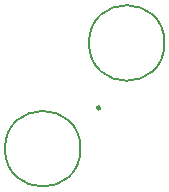
<source format=gbr>
%TF.GenerationSoftware,KiCad,Pcbnew,8.0.0*%
%TF.CreationDate,2024-04-08T20:54:29-07:00*%
%TF.ProjectId,magswitch,6d616773-7769-4746-9368-2e6b69636164,rev?*%
%TF.SameCoordinates,Original*%
%TF.FileFunction,Other,Comment*%
%FSLAX46Y46*%
G04 Gerber Fmt 4.6, Leading zero omitted, Abs format (unit mm)*
G04 Created by KiCad (PCBNEW 8.0.0) date 2024-04-08 20:54:29*
%MOMM*%
%LPD*%
G01*
G04 APERTURE LIST*
%ADD10C,0.150000*%
%ADD11C,0.250000*%
G04 APERTURE END LIST*
D10*
%TO.C,H1*%
X5167000Y-11000000D02*
G75*
G02*
X-1233000Y-11000000I-3200000J0D01*
G01*
X-1233000Y-11000000D02*
G75*
G02*
X5167000Y-11000000I3200000J0D01*
G01*
D11*
%TO.C,Q1*%
X6823200Y-7549000D02*
G75*
G02*
X6563200Y-7549000I-130000J0D01*
G01*
X6563200Y-7549000D02*
G75*
G02*
X6823200Y-7549000I130000J0D01*
G01*
D10*
%TO.C,H2*%
X12279000Y-2046000D02*
G75*
G02*
X5879000Y-2046000I-3200000J0D01*
G01*
X5879000Y-2046000D02*
G75*
G02*
X12279000Y-2046000I3200000J0D01*
G01*
%TD*%
M02*

</source>
